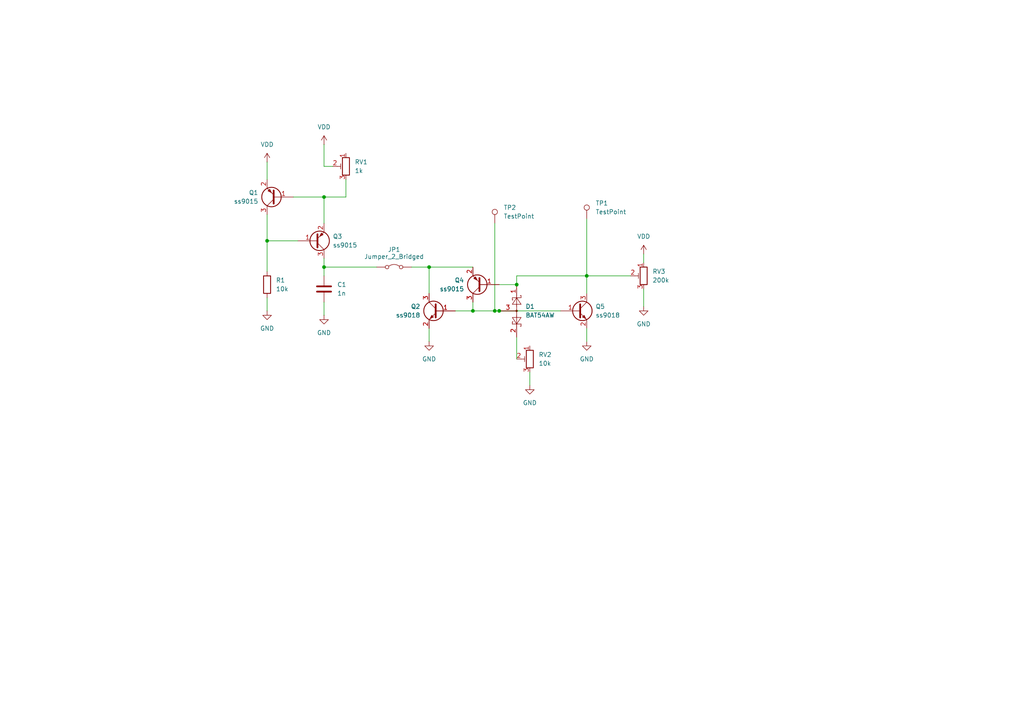
<source format=kicad_sch>
(kicad_sch (version 20231120) (generator "eeschema") (generator_version "8.0")
  (paper "A4")
  (lib_symbols
    (symbol "Connector:TestPoint" (pin_numbers hide) (pin_names (offset 0.762) hide)
      (property "Reference" "TP" (at 0 6.858 0))
      (property "Value" "TestPoint" (at 0 5.08 0))
      (symbol "TestPoint_0_1"
        (circle (center 0 3.302) (radius 0.762))
      )
      (symbol "TestPoint_1_1"
        (pin passive line (at 0 0 90) (length 2.54) (name "1") (number "1"))
      )
    )
    (symbol "Device:C" (pin_numbers hide) (pin_names (offset 0.254))
      (property "Reference" "C" (at 0.635 2.54 0))
      (property "Value" "C" (at 0.635 -2.54 0))
      (symbol "C_0_1"
        (polyline (pts (xy -2.032 -0.762) (xy 2.032 -0.762)) (stroke (width 0.508)))
        (polyline (pts (xy -2.032 0.762) (xy 2.032 0.762)) (stroke (width 0.508)))
      )
      (symbol "C_1_1"
        (pin passive line (at 0 3.81 270) (length 2.794) (name "~") (number "1"))
        (pin passive line (at 0 -3.81 90) (length 2.794) (name "~") (number "2"))
      )
    )
    (symbol "Device:Q_NPN_BEC" (pin_names (offset 0) hide)
      (property "Reference" "Q" (at 5.08 1.27 0))
      (property "Value" "Q_NPN_BEC" (at 5.08 -1.27 0))
      (symbol "Q_NPN_BEC_0_1"
        (polyline (pts (xy 0.635 0.635) (xy 2.54 2.54)))
        (polyline (pts (xy 0.635 -0.635) (xy 2.54 -2.54) (xy 2.54 -2.54)))
        (polyline (pts (xy 0.635 1.905) (xy 0.635 -1.905) (xy 0.635 -1.905)) (stroke (width 0.508)))
        (polyline (pts (xy 1.27 -1.778) (xy 1.778 -1.27) (xy 2.286 -2.286) (xy 1.27 -1.778) (xy 1.27 -1.778)) (fill (type outline)))
        (circle (center 1.27 0) (radius 2.8194) (stroke (width 0.254)))
      )
      (symbol "Q_NPN_BEC_1_1"
        (pin input line (at -5.08 0 0) (length 5.715) (name "B") (number "1"))
        (pin passive line (at 2.54 -5.08 90) (length 2.54) (name "E") (number "2"))
        (pin passive line (at 2.54 5.08 270) (length 2.54) (name "C") (number "3"))
      )
    )
    (symbol "Device:Q_PNP_BEC" (pin_names (offset 0) hide)
      (property "Reference" "Q" (at 5.08 1.27 0))
      (property "Value" "Q_PNP_BEC" (at 5.08 -1.27 0))
      (symbol "Q_PNP_BEC_0_1"
        (polyline (pts (xy 0.635 0.635) (xy 2.54 2.54)))
        (polyline (pts (xy 0.635 -0.635) (xy 2.54 -2.54) (xy 2.54 -2.54)))
        (polyline (pts (xy 0.635 1.905) (xy 0.635 -1.905) (xy 0.635 -1.905)) (stroke (width 0.508)))
        (polyline (pts (xy 2.286 -1.778) (xy 1.778 -2.286) (xy 1.27 -1.27) (xy 2.286 -1.778) (xy 2.286 -1.778)) (fill (type outline)))
        (circle (center 1.27 0) (radius 2.8194) (stroke (width 0.254)))
      )
      (symbol "Q_PNP_BEC_1_1"
        (pin input line (at -5.08 0 0) (length 5.715) (name "B") (number "1"))
        (pin passive line (at 2.54 -5.08 90) (length 2.54) (name "E") (number "2"))
        (pin passive line (at 2.54 5.08 270) (length 2.54) (name "C") (number "3"))
      )
    )
    (symbol "Device:R" (pin_numbers hide) (pin_names (offset 0))
      (property "Reference" "R" (at 2.032 0 90))
      (property "Value" "R" (at 0 0 90))
      (symbol "R_0_1"
        (rectangle (start -1.016 -2.54) (end 1.016 2.54) (stroke (width 0.254)))
      )
      (symbol "R_1_1"
        (pin passive line (at 0 3.81 270) (length 1.27) (name "~") (number "1"))
        (pin passive line (at 0 -3.81 90) (length 1.27) (name "~") (number "2"))
      )
    )
    (symbol "Device:R_Potentiometer_Trim" (pin_names (offset 1.016) hide)
      (property "Reference" "RV" (at -4.445 0 90))
      (property "Value" "R_Potentiometer_Trim" (at -2.54 0 90))
      (symbol "R_Potentiometer_Trim_0_1"
        (polyline (pts (xy 1.524 0.762) (xy 1.524 -0.762)))
        (polyline (pts (xy 2.54 0) (xy 1.524 0)))
        (rectangle (start 1.016 2.54) (end -1.016 -2.54) (stroke (width 0.254)))
      )
      (symbol "R_Potentiometer_Trim_1_1"
        (pin passive line (at 0 3.81 270) (length 1.27) (name "1") (number "1"))
        (pin passive line (at 3.81 0 180) (length 1.27) (name "2") (number "2"))
        (pin passive line (at 0 -3.81 90) (length 1.27) (name "3") (number "3"))
      )
    )
    (symbol "Diode:BAT54AW" (pin_names (offset 1.016))
      (property "Reference" "D" (at 0.635 -3.81 0))
      (property "Value" "BAT54AW" (at -6.35 3.175 0))
      (symbol "BAT54AW_0_1"
        (polyline (pts (xy -4.445 1.27) (xy -4.445 1.016)))
        (polyline (pts (xy -3.81 -1.27) (xy -3.81 1.27)))
        (polyline (pts (xy -3.81 -1.27) (xy -3.175 -1.27)))
        (polyline (pts (xy -3.81 0) (xy -1.27 0)))
        (polyline (pts (xy -3.81 1.27) (xy -4.445 1.27)))
        (polyline (pts (xy -3.175 -1.27) (xy -3.175 -1.016)))
        (polyline (pts (xy -1.905 0) (xy 1.905 0)))
        (polyline (pts (xy 1.27 0) (xy 3.81 0)))
        (polyline (pts (xy 3.175 -1.27) (xy 3.175 -1.016)))
        (polyline (pts (xy 3.81 -1.27) (xy 3.175 -1.27)))
        (polyline (pts (xy 3.81 -1.27) (xy 3.81 1.27)))
        (polyline (pts (xy 3.81 1.27) (xy 4.445 1.27)))
        (polyline (pts (xy 4.445 1.27) (xy 4.445 1.016)))
        (polyline (pts (xy -1.905 1.27) (xy -1.905 -1.27) (xy -3.81 0) (xy -1.905 1.27)))
        (polyline (pts (xy 1.905 1.27) (xy 1.905 -1.27) (xy 3.81 0) (xy 1.905 1.27)))
        (circle (center 0 0) (radius 0.254) (fill (type outline)))
      )
      (symbol "BAT54AW_1_1"
        (pin passive line (at -7.62 0 0) (length 3.81) (name "~") (number "1"))
        (pin passive line (at 7.62 0 180) (length 3.81) (name "~") (number "2"))
        (pin passive line (at 0 -5.08 90) (length 5.08) (name "~") (number "3"))
      )
    )
    (symbol "Jumper:Jumper_2_Bridged" (pin_numbers hide) (pin_names (offset 0) hide) (exclude_from_sim yes)
      (property "Reference" "JP" (at 0 1.905 0))
      (property "Value" "Jumper_2_Bridged" (at 0 -2.54 0))
      (symbol "Jumper_2_Bridged_0_0"
        (circle (center -2.032 0) (radius 0.508))
        (circle (center 2.032 0) (radius 0.508))
      )
      (symbol "Jumper_2_Bridged_0_1"
        (arc (start 1.524 0.254) (mid 0 0.762) (end -1.524 0.254))
      )
      (symbol "Jumper_2_Bridged_1_1"
        (pin passive line (at -5.08 0 0) (length 2.54) (name "A") (number "1"))
        (pin passive line (at 5.08 0 180) (length 2.54) (name "B") (number "2"))
      )
    )
    (symbol "power:GND" (power) (pin_numbers hide) (pin_names (offset 0) hide)
      (property "Value" "GND" (at 0 -3.81 0))
      (symbol "GND_0_1"
        (polyline (pts (xy 0 0) (xy 0 -1.27) (xy 1.27 -1.27) (xy 0 -2.54) (xy -1.27 -1.27) (xy 0 -1.27)))
      )
      (symbol "GND_1_1"
        (pin power_in line (at 0 0 270) (length 0) (name "~") (number "1"))
      )
    )
    (symbol "power:VDD" (power) (pin_numbers hide) (pin_names (offset 0) hide)
      (property "Value" "VDD" (at 0 3.556 0))
      (symbol "VDD_0_1"
        (polyline (pts (xy -0.762 1.27) (xy 0 2.54)))
        (polyline (pts (xy 0 0) (xy 0 2.54)))
        (polyline (pts (xy 0 2.54) (xy 0.762 1.27)))
      )
      (symbol "VDD_1_1"
        (pin power_in line (at 0 0 90) (length 0) (name "~") (number "1"))
      )
    )
  )
  (junction (at 170.18 80.01))
  (junction (at 77.47 69.85))
  (junction (at 144.78 90.17))
  (junction (at 93.98 57.15))
  (junction (at 137.16 90.17))
  (junction (at 93.98 77.47))
  (junction (at 124.46 77.47))
  (junction (at 143.51 90.17))
  (junction (at 149.86 82.55))
  (wire (pts (xy 143.51 64.77) (xy 143.51 90.17)))
  (wire (pts (xy 93.98 74.93) (xy 93.98 77.47)))
  (wire (pts (xy 124.46 77.47) (xy 124.46 85.09)))
  (wire (pts (xy 119.38 77.47) (xy 124.46 77.47)))
  (wire (pts (xy 93.98 77.47) (xy 109.22 77.47)))
  (wire (pts (xy 77.47 69.85) (xy 77.47 62.23)))
  (wire (pts (xy 149.86 80.01) (xy 149.86 82.55)))
  (wire (pts (xy 143.51 90.17) (xy 144.78 90.17)))
  (wire (pts (xy 93.98 87.63) (xy 93.98 91.44)))
  (wire (pts (xy 93.98 41.91) (xy 93.98 48.26)))
  (wire (pts (xy 77.47 46.99) (xy 77.47 52.07)))
  (wire (pts (xy 186.69 83.82) (xy 186.69 88.9)))
  (wire (pts (xy 132.08 90.17) (xy 137.16 90.17)))
  (wire (pts (xy 124.46 95.25) (xy 124.46 99.06)))
  (wire (pts (xy 85.09 57.15) (xy 93.98 57.15)))
  (wire (pts (xy 170.18 80.01) (xy 182.88 80.01)))
  (wire (pts (xy 77.47 86.36) (xy 77.47 90.17)))
  (wire (pts (xy 86.36 69.85) (xy 77.47 69.85)))
  (wire (pts (xy 170.18 80.01) (xy 149.86 80.01)))
  (wire (pts (xy 186.69 73.66) (xy 186.69 76.2)))
  (wire (pts (xy 144.78 90.17) (xy 162.56 90.17)))
  (wire (pts (xy 93.98 77.47) (xy 93.98 80.01)))
  (wire (pts (xy 137.16 90.17) (xy 143.51 90.17)))
  (wire (pts (xy 77.47 69.85) (xy 77.47 78.74)))
  (wire (pts (xy 100.33 52.07) (xy 100.33 57.15)))
  (wire (pts (xy 170.18 63.5) (xy 170.18 80.01)))
  (wire (pts (xy 137.16 90.17) (xy 137.16 87.63)))
  (wire (pts (xy 170.18 95.25) (xy 170.18 99.06)))
  (wire (pts (xy 153.67 107.95) (xy 153.67 111.76)))
  (wire (pts (xy 137.16 77.47) (xy 124.46 77.47)))
  (wire (pts (xy 170.18 80.01) (xy 170.18 85.09)))
  (wire (pts (xy 93.98 57.15) (xy 93.98 64.77)))
  (wire (pts (xy 100.33 57.15) (xy 93.98 57.15)))
  (wire (pts (xy 93.98 48.26) (xy 96.52 48.26)))
  (wire (pts (xy 144.78 82.55) (xy 149.86 82.55)))
  (wire (pts (xy 149.86 97.79) (xy 149.86 104.14)))
  (symbol (lib_id "Connector:TestPoint") (at 170.18 63.5 0) (unit 1)
    (property "Reference" "TP1" (at 172.72 58.9279 0) (effects (justify left)))
    (property "Value" "TestPoint" (at 172.72 61.4679 0) (effects (justify left)))
    (property "Footprint" "Connector_Pin:Pin_D0.7mm_L6.5mm_W1.8mm_FlatFork" (effects (hide yes)))
    (property "Description" "test point" (effects (hide yes)))
  )
  (symbol (lib_id "power:GND") (at 170.18 99.06 0) (mirror y) (unit 1)
    (property "Reference" "#PWR05" (effects (hide yes)))
    (property "Value" "GND" (at 170.18 104.14 0))
    (property "Description" "Power symbol creates a global label with name \"GND\" , ground" (effects (hide yes)))
  )
  (symbol (lib_id "power:GND") (at 186.69 88.9 0) (mirror y) (unit 1)
    (property "Reference" "#PWR06" (effects (hide yes)))
    (property "Value" "GND" (at 186.69 93.98 0))
    (property "Description" "Power symbol creates a global label with name \"GND\" , ground" (effects (hide yes)))
  )
  (symbol (lib_id "Device:R") (at 77.47 82.55 0) (unit 1)
    (property "Reference" "R1" (at 80.01 81.2799 0) (effects (justify left)))
    (property "Value" "10k" (at 80.01 83.8199 0) (effects (justify left)))
    (property "Footprint" "Resistor_SMD:R_0805_2012Metric_Pad1.20x1.40mm_HandSolder" (effects (hide yes)))
    (property "Description" "Resistor" (effects (hide yes)))
  )
  (symbol (lib_id "Connector:TestPoint") (at 143.51 64.77 0) (unit 1)
    (property "Reference" "TP2" (at 146.05 60.1979 0) (effects (justify left)))
    (property "Value" "TestPoint" (at 146.05 62.7379 0) (effects (justify left)))
    (property "Footprint" "Connector_Pin:Pin_D0.7mm_L6.5mm_W1.8mm_FlatFork" (effects (hide yes)))
    (property "Description" "test point" (effects (hide yes)))
  )
  (symbol (lib_id "Device:Q_PNP_BEC") (at 139.7 82.55 180) (unit 1)
    (property "Reference" "Q4" (at 134.62 81.2799 0) (effects (justify left)))
    (property "Value" "ss9015" (at 134.62 83.8199 0) (effects (justify left)))
    (property "Footprint" "Package_TO_SOT_SMD:SOT-23" (effects (hide yes)))
    (property "Description" "PNP transistor, base/emitter/collector" (effects (hide yes)))
  )
  (symbol (lib_id "Device:R_Potentiometer_Trim") (at 153.67 104.14 0) (mirror y) (unit 1)
    (property "Reference" "RV2" (at 156.21 102.87 0) (effects (justify right)))
    (property "Value" "10k" (at 156.21 105.41 0) (effects (justify right)))
    (property "Footprint" "Potentiometer_THT:Potentiometer_ACP_CA9-H5_Horizontal" (effects (hide yes)))
    (property "LCSC" "C118929" (effects (hide yes)))
  )
  (symbol (lib_id "power:GND") (at 153.67 111.76 0) (unit 1)
    (property "Reference" "#PWR04" (effects (hide yes)))
    (property "Value" "GND" (at 153.67 116.84 0))
    (property "Description" "Power symbol creates a global label with name \"GND\" , ground" (effects (hide yes)))
  )
  (symbol (lib_id "Device:Q_PNP_BEC") (at 91.44 69.85 0) (mirror x) (unit 1)
    (property "Reference" "Q3" (at 96.52 68.5799 0) (effects (justify left)))
    (property "Value" "ss9015" (at 96.52 71.1199 0) (effects (justify left)))
    (property "Footprint" "Package_TO_SOT_SMD:SOT-23" (effects (hide yes)))
    (property "Description" "PNP transistor, base/emitter/collector" (effects (hide yes)))
  )
  (symbol (lib_id "Device:Q_NPN_BEC") (at 127 90.17 0) (mirror y) (unit 1)
    (property "Reference" "Q2" (at 121.92 88.8999 0) (effects (justify left)))
    (property "Value" "ss9018" (at 121.92 91.4399 0) (effects (justify left)))
    (property "Footprint" "Package_TO_SOT_SMD:SOT-23" (effects (hide yes)))
    (property "Description" "NPN transistor, base/emitter/collector" (effects (hide yes)))
  )
  (symbol (lib_id "power:GND") (at 77.47 90.17 0) (unit 1)
    (property "Reference" "#PWR02" (effects (hide yes)))
    (property "Value" "GND" (at 77.47 95.25 0))
    (property "Description" "Power symbol creates a global label with name \"GND\" , ground" (effects (hide yes)))
  )
  (symbol (lib_id "power:GND") (at 93.98 91.44 0) (unit 1)
    (property "Reference" "#PWR01" (effects (hide yes)))
    (property "Value" "GND" (at 93.98 96.52 0))
    (property "Description" "Power symbol creates a global label with name \"GND\" , ground" (effects (hide yes)))
  )
  (symbol (lib_id "Device:R_Potentiometer_Trim") (at 186.69 80.01 0) (mirror y) (unit 1)
    (property "Reference" "RV3" (at 189.23 78.74 0) (effects (justify right)))
    (property "Value" "200k" (at 189.23 81.28 0) (effects (justify right)))
    (property "Footprint" "Potentiometer_THT:Potentiometer_ACP_CA9-H5_Horizontal" (effects (hide yes)))
    (property "LCSC" "C118929" (effects (hide yes)))
  )
  (symbol (lib_id "Device:R_Potentiometer_Trim") (at 100.33 48.26 0) (mirror y) (unit 1)
    (property "Reference" "RV1" (at 102.87 46.99 0) (effects (justify right)))
    (property "Value" "1k" (at 102.87 49.53 0) (effects (justify right)))
    (property "Footprint" "Potentiometer_THT:Potentiometer_ACP_CA9-H5_Horizontal" (effects (hide yes)))
    (property "LCSC" "C118929" (effects (hide yes)))
  )
  (symbol (lib_id "Device:Q_PNP_BEC") (at 80.01 57.15 180) (unit 1)
    (property "Reference" "Q1" (at 74.93 55.8799 0) (effects (justify left)))
    (property "Value" "ss9015" (at 74.93 58.4199 0) (effects (justify left)))
    (property "Footprint" "Package_TO_SOT_SMD:SOT-23" (effects (hide yes)))
    (property "Description" "PNP transistor, base/emitter/collector" (effects (hide yes)))
  )
  (symbol (lib_id "Jumper:Jumper_2_Bridged") (at 114.3 77.47 0) (unit 1) (exclude_from_sim yes)
    (property "Reference" "JP1" (at 114.3 72.39 0))
    (property "Value" "Jumper_2_Bridged" (at 114.3 74.422 0))
    (property "Footprint" "TestPoint:TestPoint_2Pads_Pitch2.54mm_Drill0.8mm" (effects (hide yes)))
    (property "Description" "Jumper, 2-pole, closed/bridged" (effects (hide yes)))
  )
  (symbol (lib_id "Diode:BAT54AW") (at 149.86 90.17 270) (unit 1)
    (property "Reference" "D1" (at 152.4 88.8999 90) (effects (justify left)))
    (property "Value" "BAT54AW" (at 152.4 91.4399 90) (effects (justify left)))
    (property "Footprint" "Package_TO_SOT_SMD:SOT-323_SC-70" (effects (hide yes)))
    (property "Datasheet" "https://assets.nexperia.com/documents/data-sheet/BAT54W_SER.pdf" (effects (hide yes)))
    (property "Description" "Dual schottky barrier diode, common anode, SOT-323" (effects (hide yes)))
  )
  (symbol (lib_id "Device:Q_NPN_BEC") (at 167.64 90.17 0) (unit 1)
    (property "Reference" "Q5" (at 172.72 88.8999 0) (effects (justify left)))
    (property "Value" "ss9018" (at 172.72 91.4399 0) (effects (justify left)))
    (property "Footprint" "Package_TO_SOT_SMD:SOT-23" (effects (hide yes)))
    (property "Description" "NPN transistor, base/emitter/collector" (effects (hide yes)))
  )
  (symbol (lib_id "power:VDD") (at 93.98 41.91 0) (unit 1)
    (property "Reference" "#PWR09" (effects (hide yes)))
    (property "Value" "VDD" (at 93.98 36.83 0))
    (property "Description" "Power symbol creates a global label with name \"VDD\"" (effects (hide yes)))
  )
  (symbol (lib_id "power:GND") (at 124.46 99.06 0) (unit 1)
    (property "Reference" "#PWR03" (effects (hide yes)))
    (property "Value" "GND" (at 124.46 104.14 0))
    (property "Description" "Power symbol creates a global label with name \"GND\" , ground" (effects (hide yes)))
  )
  (symbol (lib_id "power:VDD") (at 186.69 73.66 0) (unit 1)
    (property "Reference" "#PWR07" (effects (hide yes)))
    (property "Value" "VDD" (at 186.69 68.58 0))
    (property "Description" "Power symbol creates a global label with name \"VDD\"" (effects (hide yes)))
  )
  (symbol (lib_id "power:VDD") (at 77.47 46.99 0) (unit 1)
    (property "Reference" "#PWR08" (effects (hide yes)))
    (property "Value" "VDD" (at 77.47 41.91 0))
    (property "Description" "Power symbol creates a global label with name \"VDD\"" (effects (hide yes)))
  )
  (symbol (lib_id "Device:C") (at 93.98 83.82 0) (unit 1)
    (property "Reference" "C1" (at 97.79 82.5499 0) (effects (justify left)))
    (property "Value" "1n" (at 97.79 85.0899 0) (effects (justify left)))
    (property "Footprint" "Capacitor_SMD:C_0805_2012Metric_Pad1.18x1.45mm_HandSolder" (effects (hide yes)))
    (property "Description" "Unpolarized capacitor" (effects (hide yes)))
  )
)
</source>
